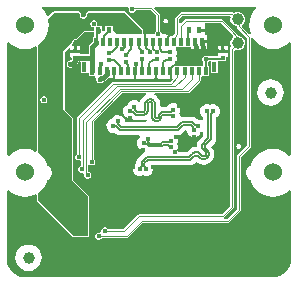
<source format=gbl>
G04*
G04 #@! TF.GenerationSoftware,Altium Limited,Altium Designer,22.7.1 (60)*
G04*
G04 Layer_Physical_Order=4*
G04 Layer_Color=16711680*
%FSLAX44Y44*%
%MOMM*%
G71*
G04*
G04 #@! TF.SameCoordinates,EBECC1DA-9DF7-4CB7-8F13-92ADA9210F9F*
G04*
G04*
G04 #@! TF.FilePolarity,Positive*
G04*
G01*
G75*
%ADD12C,0.2000*%
%ADD19R,0.4500X0.5500*%
%ADD29R,0.3200X0.3600*%
%ADD57C,0.1270*%
%ADD59C,1.0000*%
%ADD61C,0.3810*%
%ADD62C,0.1016*%
%ADD63C,0.1020*%
%ADD64C,0.2540*%
%ADD66C,1.5240*%
%ADD67C,0.4100*%
%ADD68C,0.4064*%
%ADD69R,0.3000X0.6500*%
%ADD70R,0.4000X0.9500*%
G36*
X-6000Y121000D02*
Y117902D01*
X-20113D01*
Y117418D01*
X-21493D01*
Y117902D01*
X-27457D01*
X-29555Y120000D01*
X-30750D01*
Y124250D01*
X-37250D01*
Y120000D01*
X-39750D01*
Y124250D01*
X-42856D01*
X-43705Y125520D01*
X-43644Y125667D01*
Y126881D01*
X-44108Y128002D01*
X-44966Y128860D01*
X-46087Y129324D01*
X-47301D01*
X-48422Y128860D01*
X-49279Y128002D01*
X-49744Y126881D01*
Y125667D01*
X-49279Y124546D01*
X-48422Y123688D01*
X-47301Y123224D01*
X-46250D01*
Y120000D01*
X-55422D01*
X-61872Y113550D01*
X-62607D01*
X-63728Y113086D01*
X-64586Y112228D01*
X-65050Y111107D01*
Y110372D01*
X-72500Y102921D01*
Y53000D01*
X-65500Y46000D01*
Y-6500D01*
X-51500Y-20500D01*
Y-53500D01*
X-63500D01*
X-94000Y-23000D01*
Y-16855D01*
X-93807Y-16752D01*
X-90754Y-14246D01*
X-88248Y-11193D01*
X-86387Y-7710D01*
X-85969Y-6333D01*
X-85395Y-6001D01*
X-83998Y-4605D01*
X-83011Y-2895D01*
X-82500Y-987D01*
Y987D01*
X-83011Y2895D01*
X-83998Y4605D01*
X-85395Y6001D01*
X-85969Y6333D01*
X-86387Y7710D01*
X-88248Y11193D01*
X-90754Y14246D01*
X-93807Y16752D01*
X-94000Y16855D01*
Y108145D01*
X-93807Y108248D01*
X-90754Y110754D01*
X-88248Y113807D01*
X-86387Y117290D01*
X-85240Y121069D01*
X-84853Y125000D01*
X-85240Y128931D01*
X-85666Y130334D01*
X-80500Y135500D01*
X-59489D01*
X-58640Y134230D01*
X-58700Y134086D01*
Y132873D01*
X-58236Y131752D01*
X-57378Y130894D01*
X-56257Y130429D01*
X-55043D01*
X-53922Y130894D01*
X-53064Y131752D01*
X-52600Y132873D01*
Y134086D01*
X-52660Y134230D01*
X-51811Y135500D01*
X-20500D01*
X-6000Y121000D01*
D02*
G37*
G36*
X90532Y139867D02*
X90663Y139136D01*
X88248Y136193D01*
X86387Y132710D01*
X85240Y128931D01*
X84853Y125000D01*
X85240Y121069D01*
X86200Y117904D01*
X85077Y117231D01*
X78587Y123721D01*
X78795Y125310D01*
X80087Y126601D01*
X81000Y128806D01*
Y131194D01*
X80087Y133399D01*
X78399Y135086D01*
X76193Y136000D01*
X73807D01*
X72040Y135268D01*
X71654Y135654D01*
X70500Y136132D01*
X27500D01*
X26346Y135654D01*
X22846Y132154D01*
X22368Y131000D01*
Y118034D01*
X20509Y116175D01*
X20507Y116170D01*
X19237Y116422D01*
Y116632D01*
X14507D01*
Y117902D01*
X10686D01*
X10286Y118870D01*
X9428Y119728D01*
X9334Y119767D01*
Y133800D01*
X8856Y134956D01*
X4579Y139233D01*
X5065Y140406D01*
X90339D01*
X90532Y139867D01*
D02*
G37*
G36*
X-17238Y139136D02*
X-17271Y139057D01*
Y137843D01*
X-16806Y136722D01*
X-15948Y135864D01*
X-14828Y135400D01*
X-13614D01*
X-12493Y135864D01*
X-11635Y136722D01*
X-11171Y137843D01*
Y137866D01*
X1323D01*
X6066Y133123D01*
Y119767D01*
X5972Y119728D01*
X5114Y118870D01*
X4714Y117902D01*
X-2113D01*
Y116632D01*
X-3493D01*
Y117902D01*
X-4918D01*
Y121000D01*
X-4918Y121000D01*
X-5235Y121765D01*
X-5235Y121765D01*
X-19735Y136265D01*
X-20500Y136582D01*
X-51811D01*
X-51914Y136540D01*
X-52022Y136562D01*
X-52285Y136386D01*
X-52577Y136265D01*
X-52619Y136163D01*
X-52711Y136101D01*
X-53560Y134831D01*
X-53581Y134723D01*
X-53660Y134644D01*
Y134328D01*
X-53721Y134019D01*
X-53682Y133961D01*
Y133088D01*
X-53982Y132365D01*
X-54536Y131811D01*
X-55259Y131512D01*
X-56041D01*
X-56765Y131811D01*
X-57318Y132365D01*
X-57618Y133088D01*
Y133961D01*
X-57579Y134019D01*
X-57640Y134328D01*
Y134644D01*
X-57719Y134723D01*
X-57741Y134831D01*
X-58589Y136101D01*
X-58681Y136163D01*
X-58724Y136265D01*
X-59015Y136386D01*
X-59278Y136562D01*
X-59387Y136540D01*
X-59489Y136582D01*
X-80500D01*
X-81265Y136265D01*
X-85149Y132382D01*
X-85392Y132443D01*
X-86467Y132860D01*
X-88248Y136193D01*
X-90663Y139136D01*
X-90532Y139867D01*
X-90339Y140406D01*
X-18087D01*
X-17238Y139136D01*
D02*
G37*
G36*
X68846Y118846D02*
X68846Y118846D01*
X71413Y116279D01*
X71344Y114829D01*
X69913Y113399D01*
X69000Y111194D01*
Y108806D01*
X69732Y107040D01*
X68846Y106154D01*
X68368Y105000D01*
Y-28324D01*
X61824Y-34868D01*
X-8500D01*
X-9654Y-35346D01*
X-21666Y-47358D01*
X-34875D01*
X-34914Y-47262D01*
X-35772Y-46404D01*
X-36893Y-45940D01*
X-38107D01*
X-39228Y-46404D01*
X-40086Y-47262D01*
X-40550Y-48383D01*
Y-49597D01*
X-40532Y-49639D01*
X-41504Y-50611D01*
X-41893Y-50450D01*
X-43107D01*
X-44228Y-50914D01*
X-45086Y-51772D01*
X-45550Y-52893D01*
Y-54107D01*
X-45086Y-55228D01*
X-44228Y-56086D01*
X-43107Y-56550D01*
X-41893D01*
X-40772Y-56086D01*
X-39914Y-55228D01*
X-39875Y-55132D01*
X-18500D01*
X-17346Y-54654D01*
X-5066Y-42375D01*
X66743D01*
X67897Y-41897D01*
X77154Y-32640D01*
X77632Y-31485D01*
Y13324D01*
X86154Y21846D01*
X86632Y23000D01*
Y114136D01*
X87902Y114454D01*
X88248Y113807D01*
X90754Y110754D01*
X93807Y108248D01*
X97290Y106387D01*
X101069Y105240D01*
X105000Y104853D01*
X108930Y105240D01*
X112710Y106387D01*
X116193Y108248D01*
X118826Y110409D01*
X120096Y109854D01*
X120096Y15145D01*
X118826Y14591D01*
X116193Y16752D01*
X112710Y18613D01*
X108930Y19760D01*
X105000Y20147D01*
X101069Y19760D01*
X97290Y18613D01*
X93807Y16752D01*
X90754Y14246D01*
X88248Y11193D01*
X86387Y7710D01*
X85969Y6333D01*
X85395Y6001D01*
X83998Y4605D01*
X83011Y2895D01*
X82500Y987D01*
Y-987D01*
X83011Y-2895D01*
X83998Y-4605D01*
X85395Y-6001D01*
X85969Y-6333D01*
X86387Y-7710D01*
X88248Y-11193D01*
X90754Y-14246D01*
X93807Y-16752D01*
X97290Y-18613D01*
X101069Y-19760D01*
X105000Y-20147D01*
X108930Y-19760D01*
X112710Y-18613D01*
X116193Y-16752D01*
X118826Y-14591D01*
X120096Y-15145D01*
X120096Y-73309D01*
X120096Y-73310D01*
X120096D01*
X120014Y-74546D01*
X119845Y-76263D01*
X118984Y-79102D01*
X117585Y-81719D01*
X115703Y-84013D01*
X113409Y-85895D01*
X110792Y-87294D01*
X107953Y-88155D01*
X106236Y-88324D01*
X105000Y-88406D01*
Y-88406D01*
X104999Y-88406D01*
X-104999D01*
X-105000Y-88406D01*
Y-88406D01*
X-106236Y-88324D01*
X-107953Y-88155D01*
X-110792Y-87294D01*
X-113409Y-85895D01*
X-115703Y-84013D01*
X-117585Y-81719D01*
X-118984Y-79102D01*
X-119845Y-76263D01*
X-120123Y-73445D01*
X-120096Y-73310D01*
Y-15146D01*
X-118826Y-14591D01*
X-116193Y-16752D01*
X-112710Y-18613D01*
X-108931Y-19760D01*
X-105000Y-20147D01*
X-101069Y-19760D01*
X-97290Y-18613D01*
X-96172Y-18016D01*
X-95082Y-18669D01*
Y-23000D01*
X-95083Y-23000D01*
X-94765Y-23765D01*
X-94765Y-23765D01*
X-64265Y-54265D01*
X-63500Y-54582D01*
X-51500D01*
X-50735Y-54265D01*
X-50418Y-53500D01*
Y-20500D01*
X-50417Y-20500D01*
X-50735Y-19735D01*
X-50735Y-19735D01*
X-64418Y-6052D01*
Y46000D01*
X-64418Y46000D01*
X-64735Y46765D01*
X-64735Y46765D01*
X-71418Y53448D01*
Y102473D01*
X-67910Y105981D01*
X-66640Y105455D01*
Y104086D01*
X-63770D01*
Y107156D01*
X-64938D01*
X-65464Y108426D01*
X-64285Y109606D01*
X-63968Y110372D01*
Y110891D01*
X-63668Y111615D01*
X-63115Y112168D01*
X-62391Y112468D01*
X-61872D01*
X-61106Y112785D01*
X-61106Y112785D01*
X-54973Y118918D01*
X-46289D01*
Y116441D01*
X-46437Y115697D01*
Y115092D01*
X-47303D01*
Y112330D01*
X-47540Y111976D01*
X-47686Y111241D01*
X-49972Y108955D01*
X-50614Y107994D01*
X-50840Y106861D01*
Y100459D01*
X-58081D01*
X-58360Y100688D01*
Y101546D01*
X-62500D01*
X-66640D01*
Y98476D01*
X-66506D01*
X-65462Y97216D01*
Y95959D01*
X-65968Y95453D01*
X-67055Y95237D01*
X-67705Y94802D01*
X-68228Y94586D01*
X-69086Y93728D01*
X-69550Y92607D01*
Y91393D01*
X-69086Y90272D01*
X-68228Y89414D01*
X-67107Y88950D01*
X-65893D01*
X-64772Y89414D01*
X-64628Y89559D01*
X-63598Y89763D01*
X-62638Y90406D01*
X-60406Y92637D01*
X-59763Y93598D01*
X-59633Y94255D01*
X-58362D01*
X-57878Y93857D01*
Y84093D01*
X-51878D01*
Y84092D01*
X-50608Y84209D01*
X-50378Y83994D01*
Y82093D01*
X-45918D01*
Y80553D01*
X-45182D01*
X-44550Y79607D01*
Y78393D01*
X-44086Y77272D01*
X-43228Y76414D01*
X-42107Y75950D01*
X-40893D01*
X-39772Y76414D01*
X-38914Y77272D01*
X-38912Y77278D01*
X-38041Y77451D01*
X-37080Y78093D01*
X-35047Y80126D01*
X-33918Y80552D01*
Y80552D01*
X-33918Y80553D01*
X-29188D01*
Y79282D01*
X-12568D01*
Y80553D01*
X-11188D01*
Y79282D01*
X5432D01*
Y80553D01*
X6812D01*
Y79282D01*
X17432D01*
Y80553D01*
X19585D01*
X20071Y79379D01*
X17645Y76954D01*
X-30257D01*
X-31411Y76476D01*
X-60654Y47233D01*
X-61132Y46078D01*
Y16125D01*
X-61228Y16086D01*
X-62086Y15228D01*
X-62550Y14107D01*
Y12893D01*
X-62086Y11772D01*
X-61228Y10914D01*
X-60107Y10450D01*
X-58893D01*
X-58404Y10653D01*
X-57134Y9893D01*
Y6050D01*
X-57633D01*
X-58754Y5586D01*
X-59612Y4728D01*
X-60076Y3607D01*
Y2393D01*
X-59612Y1272D01*
X-58754Y414D01*
X-57633Y-50D01*
X-56419D01*
X-55920Y157D01*
X-55626Y86D01*
X-54888Y-1003D01*
X-55050Y-1393D01*
Y-2607D01*
X-54586Y-3728D01*
X-53728Y-4586D01*
X-52607Y-5050D01*
X-51393D01*
X-50272Y-4586D01*
X-49414Y-3728D01*
X-48950Y-2607D01*
Y-1393D01*
X-49414Y-272D01*
X-50272Y586D01*
X-51386Y1047D01*
Y6276D01*
X-50676Y6667D01*
X-50116Y6868D01*
X-49107Y6450D01*
X-47893D01*
X-46772Y6914D01*
X-45914Y7772D01*
X-45450Y8893D01*
Y10107D01*
X-45914Y11228D01*
X-46772Y12086D01*
X-46866Y12124D01*
Y43105D01*
X-22659Y67312D01*
X-2781D01*
X-2529Y66042D01*
X-3652Y65577D01*
X-5230Y64366D01*
X-6441Y62787D01*
X-7202Y60949D01*
X-7255Y60551D01*
X-8596Y60096D01*
X-9074Y60574D01*
X-11228Y61466D01*
X-13559D01*
X-15713Y60574D01*
X-17362Y58926D01*
X-17935Y57541D01*
X-19319Y56968D01*
X-20968Y55319D01*
X-21860Y53166D01*
Y50834D01*
X-20968Y48681D01*
X-19319Y47032D01*
X-17166Y46140D01*
X-14834D01*
X-14640Y46220D01*
X-14522Y46102D01*
X-14522Y46102D01*
X-13052Y45120D01*
X-11317Y44775D01*
X-4222D01*
X-3954Y44828D01*
X-2485Y45022D01*
X-1978Y44403D01*
X-2224Y43751D01*
X-2676Y43212D01*
X-20640D01*
Y44666D01*
X-21532Y46819D01*
X-23181Y48468D01*
X-25334Y49360D01*
X-27666D01*
X-29819Y48468D01*
X-31468Y46819D01*
X-32041Y45435D01*
X-33426Y44862D01*
X-35074Y43213D01*
X-35966Y41059D01*
Y38728D01*
X-35074Y36574D01*
X-33426Y34926D01*
X-31272Y34034D01*
X-28941D01*
X-28746Y34114D01*
X-27821Y33189D01*
X-26351Y32207D01*
X-24616Y31862D01*
X-24616Y31862D01*
X-8366D01*
X-7424Y30592D01*
X-7605Y29994D01*
X-7926Y29862D01*
X-9574Y28213D01*
X-10466Y26059D01*
Y23728D01*
X-9574Y21574D01*
X-7926Y19926D01*
X-5772Y19034D01*
X-4180D01*
X-3890Y18727D01*
X-3849Y18481D01*
X-4155Y17157D01*
X-5152Y16491D01*
X-9398Y12245D01*
X-10380Y10774D01*
X-10725Y9040D01*
Y8548D01*
X-10919Y8468D01*
X-12568Y6819D01*
X-13460Y4666D01*
Y2334D01*
X-12568Y181D01*
X-10919Y-1468D01*
X-8766Y-2360D01*
X-6434D01*
X-5050Y-1787D01*
X-3666Y-2360D01*
X-1334D01*
X819Y-1468D01*
X2468Y181D01*
X3360Y2334D01*
Y4666D01*
X3051Y5412D01*
X3756Y6468D01*
X35000D01*
X36734Y6813D01*
X38205Y7795D01*
X39969Y9560D01*
X40057Y9472D01*
X40188Y9385D01*
X41921Y8055D01*
X44084Y7159D01*
X46405Y6854D01*
X48725Y7159D01*
X50888Y8055D01*
X52622Y9385D01*
X52752Y9472D01*
X52839Y9603D01*
X54170Y11337D01*
X55066Y13499D01*
X55371Y15820D01*
X55066Y18141D01*
X54170Y20303D01*
X52839Y22037D01*
X52752Y22168D01*
X53528Y23119D01*
X55798Y25388D01*
X56780Y26859D01*
X57125Y28593D01*
X57125Y28593D01*
Y46952D01*
X57319Y47032D01*
X58968Y48681D01*
X59860Y50834D01*
Y53166D01*
X58968Y55319D01*
X57319Y56968D01*
X55166Y57860D01*
X52834D01*
X51450Y57287D01*
X50066Y57860D01*
X47734D01*
X45581Y56968D01*
X43932Y55319D01*
X43040Y53166D01*
Y50834D01*
X43932Y48681D01*
X45581Y47032D01*
X45775Y46952D01*
Y45672D01*
X44505Y45098D01*
X42666Y45860D01*
X40334D01*
X40140Y45780D01*
X39848Y46071D01*
X38378Y47053D01*
X36644Y47398D01*
X28133D01*
X27630Y47298D01*
X26360Y48341D01*
Y49066D01*
X25787Y50450D01*
X26360Y51834D01*
Y54166D01*
X25468Y56319D01*
X23819Y57968D01*
X21666Y58860D01*
X19334D01*
X17181Y57968D01*
X15532Y56319D01*
X15452Y56125D01*
X11776D01*
X11508Y56072D01*
X10722Y55968D01*
X9452Y57051D01*
Y58977D01*
X9388Y59302D01*
X9171Y60949D01*
X8409Y62787D01*
X7198Y64366D01*
X5620Y65577D01*
X4497Y66042D01*
X4749Y67312D01*
X32777D01*
X33933Y67791D01*
X43278Y77136D01*
X43757Y78292D01*
Y81227D01*
X44622Y82092D01*
X45622D01*
X45892Y82093D01*
X50622D01*
Y90592D01*
X50100D01*
Y93787D01*
X50586Y94272D01*
X50702Y94553D01*
X52122D01*
Y84093D01*
X58122D01*
Y94553D01*
X59800D01*
Y94416D01*
X61554D01*
X61792Y94369D01*
X62030Y94416D01*
X65000D01*
Y98476D01*
X66540D01*
Y101546D01*
X62400D01*
Y102816D01*
D01*
Y101546D01*
X58260D01*
Y98632D01*
X49617D01*
X48607Y99050D01*
X47393D01*
X46272Y98586D01*
X45414Y97728D01*
X44950Y96607D01*
Y95393D01*
X45414Y94272D01*
X46022Y93665D01*
Y90992D01*
X45622Y90592D01*
X44622D01*
X44352Y90592D01*
X39622D01*
Y90592D01*
X38622D01*
Y90592D01*
X33622D01*
Y90592D01*
X32622D01*
Y90592D01*
X27622D01*
Y90592D01*
X26622D01*
Y90592D01*
X22162D01*
Y91875D01*
X22968Y92681D01*
X23860Y94834D01*
Y97166D01*
X23084Y99040D01*
X23860Y100914D01*
Y103246D01*
X22968Y105399D01*
X22948Y105419D01*
X23024Y105601D01*
X23697Y106592D01*
X24697D01*
Y106592D01*
X29427D01*
X29697Y106592D01*
X30697D01*
X30967Y106592D01*
X35157D01*
Y105052D01*
X37927D01*
Y110843D01*
X40467D01*
Y105052D01*
X43927D01*
Y110843D01*
X45197D01*
Y112113D01*
X49237D01*
Y116632D01*
X47290D01*
Y119230D01*
X42500D01*
Y121770D01*
X47290D01*
Y125598D01*
X47290Y125790D01*
X47754Y126868D01*
X60824D01*
X68846Y118846D01*
D02*
G37*
G36*
X69256Y131812D02*
X69000Y131194D01*
Y128806D01*
X69913Y126601D01*
X71601Y124913D01*
X73807Y124000D01*
X74326D01*
X74775Y122917D01*
X83368Y114324D01*
Y23676D01*
X74846Y15154D01*
X74368Y14000D01*
Y-30809D01*
X66067Y-39110D01*
X63457D01*
X63205Y-37840D01*
X63654Y-37654D01*
X71154Y-30154D01*
X71632Y-29000D01*
Y103526D01*
X72877Y104385D01*
X73807Y104000D01*
X76193D01*
X78399Y104914D01*
X80087Y106601D01*
X81000Y108806D01*
Y111194D01*
X80087Y113399D01*
X78399Y115087D01*
X76193Y116000D01*
X75674D01*
X75225Y117083D01*
X71154Y121154D01*
X71154Y121154D01*
X62654Y129654D01*
X61500Y130132D01*
X31000D01*
X29846Y129654D01*
X26902Y126711D01*
X25632Y127237D01*
Y130324D01*
X28176Y132868D01*
X68551D01*
X69256Y131812D01*
D02*
G37*
G36*
X-116193Y108248D02*
X-112710Y106387D01*
X-108931Y105240D01*
X-105000Y104853D01*
X-101069Y105240D01*
X-97290Y106387D01*
X-96172Y106984D01*
X-95082Y106332D01*
Y18669D01*
X-96172Y18016D01*
X-97290Y18613D01*
X-101069Y19760D01*
X-105000Y20147D01*
X-108931Y19760D01*
X-112710Y18613D01*
X-116193Y16752D01*
X-118826Y14591D01*
X-120096Y15146D01*
Y109854D01*
X-118826Y110409D01*
X-116193Y108248D01*
D02*
G37*
G36*
X32034Y35580D02*
Y35228D01*
X32926Y33074D01*
X34574Y31426D01*
X36728Y30534D01*
X39059D01*
X41213Y31426D01*
X42862Y33074D01*
X43397Y34367D01*
X44608Y34855D01*
X45775Y34328D01*
Y31417D01*
X44218Y29860D01*
X44218Y29860D01*
X42961Y28603D01*
X42874Y28473D01*
X41543Y26739D01*
X40648Y24576D01*
X40342Y22255D01*
X39969Y21883D01*
X37648Y21577D01*
X35486Y20681D01*
X33752Y19351D01*
X33622Y19264D01*
X32176Y17818D01*
X24265D01*
X23637Y19088D01*
X24360Y20834D01*
Y23166D01*
X23786Y24550D01*
X24360Y25934D01*
Y28266D01*
X23468Y30419D01*
X23199Y30688D01*
X23685Y31862D01*
X24894D01*
X26628Y32207D01*
X28098Y33189D01*
X30764Y35854D01*
X32034Y35580D01*
D02*
G37*
%LPC*%
G36*
X-88393Y65050D02*
X-89607D01*
X-90728Y64586D01*
X-91586Y63728D01*
X-92050Y62607D01*
Y61393D01*
X-91586Y60272D01*
X-90728Y59414D01*
X-89607Y58950D01*
X-88393D01*
X-87272Y59414D01*
X-86414Y60272D01*
X-85950Y61393D01*
Y62607D01*
X-86414Y63728D01*
X-87272Y64586D01*
X-88393Y65050D01*
D02*
G37*
G36*
X14448Y130500D02*
X13652D01*
X12917Y130196D01*
X12355Y129633D01*
X12050Y128898D01*
Y128102D01*
X12355Y127367D01*
X12917Y126805D01*
X13652Y126500D01*
X14448D01*
X15183Y126805D01*
X15746Y127367D01*
X16050Y128102D01*
Y128898D01*
X15746Y129633D01*
X15183Y130196D01*
X14448Y130500D01*
D02*
G37*
G36*
X49237Y109572D02*
X46467D01*
Y105052D01*
X49237D01*
Y109572D01*
D02*
G37*
G36*
X-58360Y107156D02*
X-61230D01*
Y104086D01*
X-58360D01*
Y107156D01*
D02*
G37*
G36*
X66540D02*
X63670D01*
Y104086D01*
X66540D01*
Y107156D01*
D02*
G37*
G36*
X61130D02*
X58260D01*
Y104086D01*
X61130D01*
Y107156D01*
D02*
G37*
G36*
X103000Y79221D02*
X100096Y78839D01*
X97389Y77718D01*
X95066Y75934D01*
X93282Y73611D01*
X92161Y70904D01*
X91779Y68000D01*
X92161Y65096D01*
X93282Y62389D01*
X95066Y60066D01*
X97389Y58282D01*
X100096Y57161D01*
X103000Y56779D01*
X105904Y57161D01*
X108610Y58282D01*
X110934Y60066D01*
X112718Y62389D01*
X113839Y65096D01*
X114221Y68000D01*
X113839Y70904D01*
X112718Y73611D01*
X110934Y75934D01*
X108610Y77718D01*
X105904Y78839D01*
X103000Y79221D01*
D02*
G37*
G36*
X-102000Y-60779D02*
X-104904Y-61161D01*
X-107611Y-62282D01*
X-109934Y-64066D01*
X-111718Y-66389D01*
X-112839Y-69096D01*
X-113221Y-72000D01*
X-112839Y-74904D01*
X-111718Y-77611D01*
X-109934Y-79934D01*
X-107611Y-81718D01*
X-104904Y-82839D01*
X-102000Y-83221D01*
X-99096Y-82839D01*
X-96390Y-81718D01*
X-94066Y-79934D01*
X-92282Y-77611D01*
X-91161Y-74904D01*
X-90779Y-72000D01*
X-91161Y-69096D01*
X-92282Y-66389D01*
X-94066Y-64066D01*
X-96390Y-62282D01*
X-99096Y-61161D01*
X-102000Y-60779D01*
D02*
G37*
G36*
X76348Y24578D02*
X75552D01*
X74817Y24274D01*
X74254Y23711D01*
X73950Y22976D01*
Y22181D01*
X74254Y21446D01*
X74817Y20883D01*
X75552Y20578D01*
X76348D01*
X77083Y20883D01*
X77646Y21446D01*
X77950Y22181D01*
Y22976D01*
X77646Y23711D01*
X77083Y24274D01*
X76348Y24578D01*
D02*
G37*
%LPD*%
D12*
X-3000Y110843D02*
Y120000D01*
Y110843D02*
X-2803D01*
X18321Y79000D02*
Y86342D01*
X18122D02*
X18321D01*
X-11878Y79000D02*
Y86342D01*
X15197Y110843D02*
X15697Y111342D01*
Y115041D01*
X17918Y117263D02*
X18300D01*
X15697Y115041D02*
X17918Y117263D01*
X-11878Y86342D02*
X-11378Y86842D01*
Y90976D02*
X-10950Y91404D01*
X-11378Y86842D02*
Y90976D01*
X-10950Y91404D02*
Y91972D01*
X6061Y79061D02*
Y86281D01*
X6122Y86342D01*
X6000Y79000D02*
X6061Y79061D01*
X21201Y91000D02*
X21794Y91593D01*
X22382D01*
X23432Y92642D02*
X24000D01*
X18622Y88593D02*
X21030Y91000D01*
X21201D01*
X22382Y91593D02*
X23432Y92642D01*
X18622Y86842D02*
Y88593D01*
X18122Y86342D02*
X18622Y86842D01*
X48000Y96000D02*
X48568D01*
X61607Y96593D02*
X61792Y96408D01*
X48061Y86404D02*
Y95939D01*
X49161Y96593D02*
X61607D01*
X48568Y96000D02*
X49161Y96593D01*
X48000Y96000D02*
X48061Y95939D01*
X-2303Y105990D02*
Y110343D01*
X-2803Y110843D02*
X-2303Y110343D01*
Y105990D02*
X808Y102880D01*
Y102654D02*
Y102880D01*
X-29878Y79435D02*
Y86342D01*
X-30257Y79056D02*
X-29878Y79435D01*
X-38484Y111161D02*
Y115516D01*
X-34000Y120000D01*
X-38803Y110843D02*
X-38484Y111161D01*
X-34000Y120000D02*
Y120500D01*
X-44803Y110843D02*
X-44398Y111248D01*
Y115697D01*
X-44250Y115845D02*
Y119250D01*
X-44398Y115697D02*
X-44250Y115845D01*
Y119250D02*
X-43000Y120500D01*
X33197Y120197D02*
X33549Y120549D01*
X33197Y110843D02*
Y120197D01*
X48061Y86404D02*
X48122Y86342D01*
D19*
X-43000Y120500D02*
D03*
X-34000D02*
D03*
X33500D02*
D03*
X42500D02*
D03*
D29*
X-62500Y97216D02*
D03*
Y102816D02*
D03*
X62400Y97216D02*
D03*
Y102816D02*
D03*
D57*
X43112Y16059D02*
X41120Y17210D01*
X38819D01*
X36826Y16059D01*
X44878Y14294D02*
X47931Y14294D01*
X47931Y14294D02*
Y17347D01*
X46172Y19106D02*
X46173Y19105D01*
X46166Y25398D02*
X45014Y23403D01*
X45017Y21099D01*
X46172Y19106D01*
X41496Y14443D02*
X38443D01*
X43261Y12677D02*
X45254Y11527D01*
X47555D01*
X49548Y12677D01*
X49548D02*
X50698Y14670D01*
Y16971D01*
X49548Y18963D01*
X47782Y23782D02*
X47782Y20729D01*
X11776Y49307D02*
X10506Y48037D01*
X7395Y44062D02*
X9595Y44974D01*
X10506Y47173D01*
X2634D02*
X3545Y44974D01*
X5745Y44062D01*
X2634Y58977D02*
X1809Y59802D01*
X159D02*
X-666Y58977D01*
X-4222Y49307D02*
X-1707Y50349D01*
X-666Y52863D01*
X11776Y51593D02*
X9262Y50552D01*
X8220Y48037D01*
X7395Y46348D02*
X8220Y47173D01*
X4920D02*
X5745Y46348D01*
X4920Y58977D02*
X4009Y61177D01*
X1809Y62088D01*
X159D02*
X-2041Y61177D01*
X-2952Y58977D01*
X-4222Y51593D02*
X-2952Y52863D01*
X29747Y13286D02*
X34053D01*
X36826Y16059D01*
X43112D02*
X44878Y14294D01*
X44878Y14294D01*
X47931Y14294D02*
X47931Y14294D01*
X46173Y19105D02*
X47931Y17347D01*
X46166Y25398D02*
X47423Y26656D01*
X29787Y11000D02*
X35000D01*
X38443Y14443D01*
X41496D02*
X43261Y12677D01*
X43261Y12677D01*
X49548Y12677D02*
X49548Y12677D01*
X47782Y20729D02*
X49548Y18963D01*
X47782Y23782D02*
X49039Y25039D01*
X49039D01*
X11776Y49307D02*
X17000D01*
X10506Y47173D02*
Y48037D01*
X5745Y44062D02*
X7395D01*
X2634Y47173D02*
Y58977D01*
X159Y59802D02*
X1809D01*
X-666Y52863D02*
Y58977D01*
X-6000Y49307D02*
X-4222D01*
X11776Y51593D02*
X17000D01*
X8220Y47173D02*
Y48037D01*
X5745Y46348D02*
X7395D01*
X4920Y47173D02*
Y58977D01*
X159Y62088D02*
X1809D01*
X-2952Y52863D02*
Y58977D01*
X-6000Y51593D02*
X-4222D01*
X35697Y40580D02*
X37362Y38915D01*
X24894Y36394D02*
X29080Y40580D01*
X28133Y42866D02*
X36644D01*
X29080Y40580D02*
X35697D01*
X23947Y38680D02*
X28133Y42866D01*
X36644D02*
X38979Y40532D01*
X-19500Y92930D02*
X-17939Y91369D01*
X-19500Y99500D02*
Y100132D01*
X-17939Y86404D02*
Y91369D01*
X-19500Y92930D02*
Y93420D01*
Y100132D02*
X-14803Y104829D01*
X-31428Y102114D02*
X-27111Y106431D01*
X-33518Y102114D02*
X-31428D01*
X-34000Y101632D02*
X-33518Y102114D01*
X-27111Y110534D02*
X-26803Y110843D01*
X-27111Y106431D02*
Y110534D01*
X-29552Y95553D02*
X-24562Y90562D01*
X-34000Y95553D02*
X-29552D01*
X54000Y51248D02*
Y52000D01*
X52593Y28593D02*
Y49841D01*
X54000Y51248D01*
X17513Y102567D02*
X18000Y102080D01*
X11433Y102567D02*
X17513D01*
X49039Y25039D02*
X52593Y28593D01*
X9197Y104803D02*
Y110843D01*
Y104803D02*
X11433Y102567D01*
X-1000Y11000D02*
X29787D01*
X-3907Y8093D02*
X-1000Y11000D01*
X-2500Y3500D02*
Y4252D01*
X-3907Y5659D02*
X-2500Y4252D01*
X-3907Y5659D02*
Y8093D01*
X17764Y95764D02*
X18000Y96000D01*
X48900Y51248D02*
X50307Y49841D01*
X48900Y51248D02*
Y52000D01*
X50307Y29540D02*
Y49841D01*
X47423Y26656D02*
X50307Y29540D01*
X14045Y95764D02*
X17764D01*
X12122Y93841D02*
X14045Y95764D01*
X12122Y86342D02*
Y93841D01*
X-6193Y9040D02*
X-1947Y13286D01*
X29747D01*
X-6193Y5659D02*
Y9040D01*
X-7600Y4252D02*
X-6193Y5659D01*
X-7600Y3500D02*
Y4252D01*
X6567Y95567D02*
X7000Y96000D01*
X122Y92644D02*
X3045Y95567D01*
X6567D01*
X122Y86342D02*
Y92644D01*
X3197Y110843D02*
X3598Y110441D01*
Y105170D02*
Y110441D01*
X6834Y101934D02*
X6854D01*
X3598Y105170D02*
X6834Y101934D01*
X-15468Y51468D02*
X-13478D01*
X-11317Y49307D01*
X-6000D01*
X-10370Y51593D02*
X-6000D01*
X-11862Y53085D02*
X-10370Y51593D01*
X-12394Y55606D02*
X-11862Y55075D01*
X-16000Y52000D02*
X-15468Y51468D01*
X-11862Y53085D02*
Y55075D01*
X17000Y49307D02*
X18341D01*
X17000Y51593D02*
X18341D01*
X-17939Y86404D02*
X-17878Y86342D01*
X19748Y47900D02*
X20500D01*
X18341Y49307D02*
X19748Y47900D01*
X-14803Y104829D02*
Y110843D01*
X18341Y51593D02*
X19748Y53000D01*
X20500D01*
X11935Y23407D02*
X16341D01*
X-145Y22422D02*
X10951D01*
X802Y24708D02*
X10004D01*
X10988Y25693D02*
X16341D01*
X-2085Y24362D02*
X-145Y22422D01*
X-4075Y24362D02*
X-2085D01*
X-4606Y24894D02*
X-4075Y24362D01*
X-6000Y96000D02*
X-5939Y95939D01*
Y86404D02*
Y95939D01*
Y86404D02*
X-5878Y86342D01*
X-468Y25979D02*
Y27968D01*
X-1000Y28500D02*
X-468Y27968D01*
Y25979D02*
X802Y24708D01*
X-8576Y105687D02*
Y110616D01*
Y105687D02*
X-6000Y103111D01*
X-8803Y110843D02*
X-8576Y110616D01*
X-6000Y102080D02*
Y103111D01*
X10004Y24708D02*
X10988Y25693D01*
X16341D02*
X17748Y27100D01*
Y22000D02*
X18500D01*
X16341Y23407D02*
X17748Y22000D01*
Y27100D02*
X18500D01*
X10951Y22422D02*
X11935Y23407D01*
X-24616Y36394D02*
X24894D01*
X-23670Y38680D02*
X23947D01*
X-25968Y40978D02*
X-23670Y38680D01*
X-27585Y39362D02*
X-24616Y36394D01*
X37362Y36925D02*
X37894Y36394D01*
X38979Y40532D02*
X40968D01*
X37362Y36925D02*
Y38915D01*
X40968Y40532D02*
X41500Y40000D01*
X-25968Y40978D02*
Y42968D01*
X-26500Y43500D02*
X-25968Y42968D01*
X-24562Y87027D02*
Y90562D01*
Y87027D02*
X-23878Y86342D01*
X-30106Y39894D02*
X-29575Y39362D01*
X-27585D01*
D59*
X75000Y110000D02*
D03*
Y130000D02*
D03*
X-102000Y-72000D02*
D03*
X103000Y68000D02*
D03*
D61*
X-39174Y80188D02*
X-35878Y83484D01*
Y86342D01*
X-40234Y80188D02*
X-39174D01*
X-41366Y79056D02*
X-40234Y80188D01*
X-41445Y79056D02*
X-41366D01*
X-66500Y92000D02*
X-66421D01*
X-65922Y92500D01*
X-64732D01*
X-62500Y94732D02*
Y97216D01*
X-64732Y92500D02*
X-62500Y94732D01*
X-43000Y120000D02*
Y120500D01*
X-47878Y97069D02*
Y106861D01*
Y86342D02*
Y97069D01*
X-62500Y97216D02*
X-58362D01*
X-58081Y97498D01*
X-48306D01*
X-47878Y97069D01*
X-45241Y109497D02*
X-45208D01*
X-47878Y106861D02*
X-45241Y109497D01*
X-44803Y109902D02*
Y110843D01*
X-45208Y109497D02*
X-44803Y109902D01*
D62*
X21663Y111309D02*
Y115021D01*
X21197Y110843D02*
X21663Y111309D01*
X24000Y117358D02*
Y131000D01*
X21663Y115021D02*
X24000Y117358D01*
Y131000D02*
X27500Y134500D01*
X-24953Y71047D02*
X27547D01*
X-53018Y42982D02*
X-24953Y71047D01*
X27547D02*
X36122Y79622D01*
X76000Y-31485D02*
Y14000D01*
X85000Y23000D02*
Y115000D01*
X76000Y14000D02*
X85000Y23000D01*
X-26707Y73293D02*
X21915D01*
X-55502Y44498D02*
X-26707Y73293D01*
X21915D02*
X30122Y81500D01*
X-59500Y46078D02*
X-30257Y75321D01*
X18321D02*
X24122Y81122D01*
X-30257Y75321D02*
X18321D01*
X70000Y105000D02*
X75000Y110000D01*
X70000Y-29000D02*
Y105000D01*
X75929Y124071D02*
Y129071D01*
X70500Y134500D02*
X75929Y129071D01*
Y124071D02*
X85000Y115000D01*
X61500Y128500D02*
X70000Y120000D01*
X31000Y128500D02*
X61500D01*
X70000Y120000D02*
X74071Y115929D01*
Y110929D02*
Y115929D01*
Y110929D02*
X75000Y110000D01*
X27500Y134500D02*
X70500D01*
X-37500Y-48990D02*
X-20990D01*
X-8500Y-36500D01*
X-42500Y-53500D02*
X-18500D01*
X-8500Y-36500D02*
X62500D01*
X-5743Y-40743D02*
X66743D01*
X-18500Y-53500D02*
X-5743Y-40743D01*
X27197Y124697D02*
X31000Y128500D01*
X27197Y110843D02*
Y124697D01*
X66743Y-40743D02*
X76000Y-31485D01*
X62500Y-36500D02*
X70000Y-29000D01*
X-52000Y-2000D02*
Y-1165D01*
X-53018Y-148D02*
X-52000Y-1165D01*
X-53018Y-148D02*
Y42982D01*
X-55502Y5137D02*
Y44498D01*
X-57026Y3613D02*
X-55502Y5137D01*
X-57026Y3000D02*
Y3613D01*
X-59500Y13502D02*
Y46078D01*
X24122Y81122D02*
Y86342D01*
X30122Y81500D02*
Y86342D01*
X36122Y79622D02*
Y86342D01*
D63*
X-23336Y68947D02*
X32777D01*
X42122Y78292D01*
Y86342D01*
X-48500Y43782D02*
X-23336Y68947D01*
X-13387Y138450D02*
X-12337Y139500D01*
X-14221Y138450D02*
X-13387D01*
X-12337Y139500D02*
X2000D01*
X7700Y133800D01*
X-48500Y9500D02*
Y43782D01*
X7700Y117142D02*
Y133800D01*
D64*
X-21033Y106889D02*
Y110612D01*
X-22500Y105422D02*
X-21033Y106889D01*
X-22500Y105000D02*
Y105422D01*
X-21033Y110612D02*
X-20803Y110843D01*
X-41648Y86573D02*
Y90164D01*
X-40234Y91578D01*
X-41878Y86342D02*
X-41648Y86573D01*
X-40234Y91578D02*
Y92000D01*
X45427Y106814D02*
X46500Y105741D01*
Y105318D02*
Y105741D01*
X45197Y110843D02*
X45427Y110612D01*
Y106814D02*
Y110612D01*
X40703Y105318D02*
Y105741D01*
X39197Y109092D02*
Y110843D01*
Y109092D02*
X39427Y108862D01*
Y107017D02*
Y108862D01*
Y107017D02*
X40703Y105741D01*
D66*
X105000Y310D02*
D03*
X-105000D02*
D03*
X105000Y125310D02*
D03*
X-105000D02*
D03*
D67*
X-54000Y61000D02*
D03*
X-89000Y62000D02*
D03*
X-46694Y126274D02*
D03*
X-55650Y133479D02*
D03*
X-108500Y63000D02*
D03*
X50127Y121224D02*
D03*
X18300Y117263D02*
D03*
X-10950Y91972D02*
D03*
X6000Y79000D02*
D03*
X24000Y92642D02*
D03*
X48000Y96000D02*
D03*
X-40234Y92000D02*
D03*
X-39174Y74000D02*
D03*
X-14221Y138450D02*
D03*
X-27500Y-43907D02*
D03*
X-42425D02*
D03*
X-37500Y-48990D02*
D03*
X-27312Y-21794D02*
D03*
X-42441Y-22666D02*
D03*
X-42500Y-53500D02*
D03*
X-62152Y8926D02*
D03*
X-44382Y4978D02*
D03*
X-58000Y-3500D02*
D03*
X-59500Y13500D02*
D03*
X-52000Y-2000D02*
D03*
X-57026Y3000D02*
D03*
X-48500Y9500D02*
D03*
X-22500Y105000D02*
D03*
X-19500Y99500D02*
D03*
Y93420D02*
D03*
X-34000Y101632D02*
D03*
Y95553D02*
D03*
X-41500Y79000D02*
D03*
X-62000Y110500D02*
D03*
X-66500Y92000D02*
D03*
X-62500Y-18608D02*
D03*
X-57500Y-48911D02*
D03*
X-57500Y-21098D02*
D03*
X-62500Y-45922D02*
D03*
X-89000Y82500D02*
D03*
X-14275Y119500D02*
D03*
X-9500D02*
D03*
X46500Y105318D02*
D03*
X58000Y103000D02*
D03*
X40703Y105318D02*
D03*
X7700Y117142D02*
D03*
X75950Y48500D02*
D03*
X95500D02*
D03*
X54000Y52000D02*
D03*
X18000Y102080D02*
D03*
X-2500Y3500D02*
D03*
X18000Y96000D02*
D03*
X48900Y52000D02*
D03*
X-7600Y3500D02*
D03*
X62500Y-20000D02*
D03*
X32500D02*
D03*
X2500D02*
D03*
X47500D02*
D03*
X17500D02*
D03*
X-12500D02*
D03*
X-13500Y5000D02*
D03*
X3000D02*
D03*
X62000Y52000D02*
D03*
X40415D02*
D03*
X38476Y30298D02*
D03*
X43500Y46000D02*
D03*
X25405Y56363D02*
D03*
X23000Y30000D02*
D03*
X22040Y18029D02*
D03*
X-5242Y19133D02*
D03*
X-37500Y38000D02*
D03*
X-23750Y50134D02*
D03*
X-16000Y46000D02*
D03*
X7000Y96000D02*
D03*
X6854Y101934D02*
D03*
X-16000Y52000D02*
D03*
X-12394Y55606D02*
D03*
X20500Y47900D02*
D03*
Y53000D02*
D03*
X-4606Y24894D02*
D03*
X-6000Y96000D02*
D03*
X-1000Y28500D02*
D03*
X-6000Y102080D02*
D03*
X18500Y27100D02*
D03*
Y22000D02*
D03*
X41500Y40000D02*
D03*
X37894Y36394D02*
D03*
X-26500Y43500D02*
D03*
X-30106Y39894D02*
D03*
X808Y102654D02*
D03*
X24500Y104500D02*
D03*
D68*
X-1000Y125500D02*
D03*
Y135500D02*
D03*
D69*
X48122Y86342D02*
D03*
X45197Y110843D02*
D03*
X42122Y86342D02*
D03*
X36122D02*
D03*
X30122D02*
D03*
X24122D02*
D03*
X18122D02*
D03*
X12122D02*
D03*
X6122D02*
D03*
X122D02*
D03*
X-5878D02*
D03*
X-11878D02*
D03*
X-17878D02*
D03*
X-23878D02*
D03*
X-29878D02*
D03*
X-35878D02*
D03*
X-41878D02*
D03*
X-47878D02*
D03*
X39197Y110843D02*
D03*
X33197D02*
D03*
X27197D02*
D03*
X21197D02*
D03*
X15197D02*
D03*
X9197D02*
D03*
X3197D02*
D03*
X-2803D02*
D03*
X-8803D02*
D03*
X-14803D02*
D03*
X-20803D02*
D03*
X-26803D02*
D03*
X-32803D02*
D03*
X-38803D02*
D03*
X-44803D02*
D03*
D70*
X-54878Y89843D02*
D03*
X55122D02*
D03*
M02*

</source>
